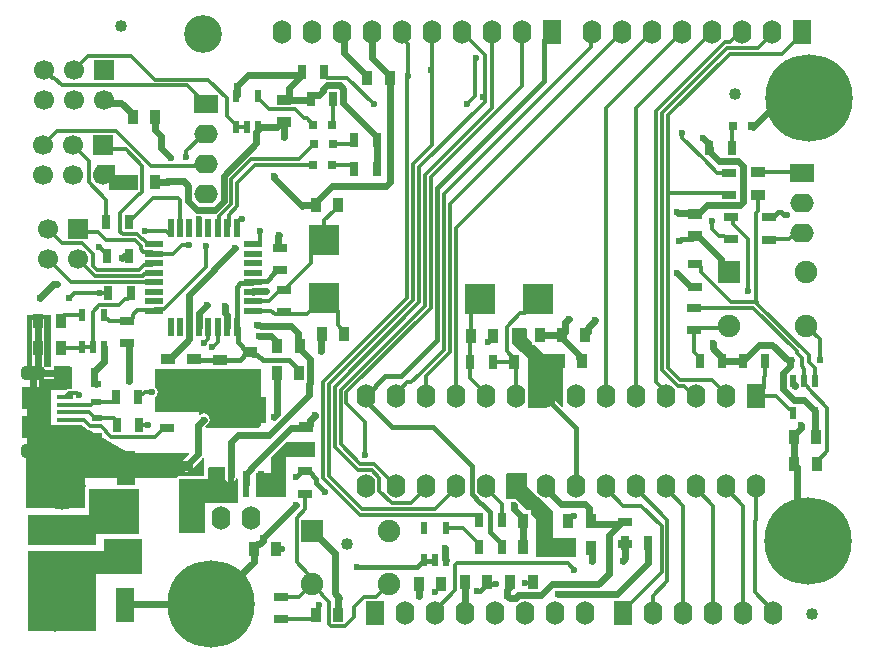
<source format=gtl>
G04*
G04 #@! TF.GenerationSoftware,Altium Limited,Altium Designer,20.2.4 (192)*
G04*
G04 Layer_Physical_Order=1*
G04 Layer_Color=255*
%FSLAX44Y44*%
%MOMM*%
G71*
G04*
G04 #@! TF.SameCoordinates,CA4B6327-8C8C-4F40-9CFE-90DE2028BA09*
G04*
G04*
G04 #@! TF.FilePolarity,Positive*
G04*
G01*
G75*
%ADD13C,0.3000*%
%ADD15R,3.5000X2.2000*%
%ADD16R,0.6000X2.2000*%
%ADD17R,2.6000X2.5000*%
%ADD18R,2.5000X2.6000*%
%ADD19R,1.6000X3.0000*%
%ADD20R,0.5500X1.0000*%
%ADD21R,2.7000X2.0000*%
%ADD22R,0.8000X0.8000*%
%ADD23R,1.9000X1.9000*%
%ADD24R,1.4000X1.6000*%
%ADD25R,1.3500X0.4000*%
%ADD26R,0.5500X1.5000*%
%ADD27R,1.5000X0.5500*%
%ADD28R,0.5842X0.5588*%
%ADD29R,0.7000X1.3000*%
%ADD30R,1.3000X0.7000*%
%ADD31R,0.9000X0.6000*%
%ADD32R,0.9000X1.3000*%
%ADD33R,1.3000X0.9000*%
%ADD61C,1.9000*%
%ADD62R,1.9000X1.9000*%
%ADD67C,1.0160*%
%ADD68C,0.4000*%
%ADD69C,0.6000*%
%ADD70C,3.2000*%
%ADD71C,4.0000*%
%ADD72O,1.6000X2.0000*%
%ADD73R,1.6000X2.0000*%
%ADD74O,2.0000X1.6000*%
%ADD75R,2.0000X1.6000*%
%ADD76C,7.4000*%
%ADD77C,1.7000*%
%ADD78R,1.7000X1.7000*%
G04:AMPARAMS|DCode=79|XSize=2mm|YSize=1.2mm|CornerRadius=0.36mm|HoleSize=0mm|Usage=FLASHONLY|Rotation=0.000|XOffset=0mm|YOffset=0mm|HoleType=Round|Shape=RoundedRectangle|*
%AMROUNDEDRECTD79*
21,1,2.0000,0.4800,0,0,0.0*
21,1,1.2800,1.2000,0,0,0.0*
1,1,0.7200,0.6400,-0.2400*
1,1,0.7200,-0.6400,-0.2400*
1,1,0.7200,-0.6400,0.2400*
1,1,0.7200,0.6400,0.2400*
%
%ADD79ROUNDEDRECTD79*%
%ADD80C,0.6000*%
G36*
X78000Y389000D02*
X97293D01*
Y376306D01*
X97237Y376250D01*
X73250D01*
Y382250D01*
Y383000D01*
X63000D01*
Y397750D01*
X78000D01*
Y389000D01*
D02*
G37*
G36*
X23602Y227750D02*
X23984Y227368D01*
X23458Y226098D01*
X18073D01*
Y242124D01*
X18098Y242250D01*
Y265500D01*
X17710Y267451D01*
X16605Y269105D01*
X16043Y269480D01*
X16429Y270750D01*
X23602D01*
Y227750D01*
D02*
G37*
G36*
X9957Y269480D02*
X9395Y269105D01*
X8290Y267451D01*
X7902Y265500D01*
Y242351D01*
X7877Y242225D01*
Y225964D01*
X6599Y225710D01*
X4945Y224605D01*
X4587Y224069D01*
X3320Y224458D01*
X3602Y270750D01*
X9571D01*
X9957Y269480D01*
D02*
G37*
G36*
X41602Y208069D02*
X38800D01*
X37434Y207797D01*
X36277Y207023D01*
X36003Y206750D01*
X23602D01*
Y177000D01*
X49002Y177000D01*
X53578Y174426D01*
X54027Y173977D01*
X55185Y173203D01*
X56061Y173029D01*
X90002Y153934D01*
X140566Y153934D01*
X141052Y152761D01*
X134895Y146605D01*
X133790Y144951D01*
X133402Y143000D01*
X133790Y141049D01*
X134895Y139395D01*
X136549Y138290D01*
X138500Y137902D01*
X140451Y138290D01*
X142105Y139395D01*
X151605Y148895D01*
X152332Y149984D01*
X153602Y149598D01*
X153602Y134039D01*
X132000D01*
X131220Y133884D01*
X130558Y133442D01*
X130116Y132780D01*
X130110Y132750D01*
X52602D01*
Y107750D01*
X51602Y106750D01*
X3503D01*
X2607Y107651D01*
X3151Y196794D01*
X4424Y197176D01*
X4945Y196395D01*
X6599Y195290D01*
X8550Y194902D01*
X10501Y195290D01*
X12155Y196395D01*
X13260Y198049D01*
X13648Y200000D01*
Y215902D01*
X30183D01*
X31099Y215290D01*
X33050Y214902D01*
X35001Y215290D01*
X36655Y216395D01*
X37760Y218049D01*
X38148Y220000D01*
X37760Y221951D01*
X36655Y223605D01*
X35655Y224605D01*
X34345Y225480D01*
X34730Y226750D01*
X41602D01*
Y208069D01*
D02*
G37*
G36*
X426500Y258602D02*
X426500Y252000D01*
X430990Y247510D01*
Y244992D01*
X433508D01*
X441000Y237500D01*
X457500Y237500D01*
Y219000D01*
Y192767D01*
X456230Y192318D01*
X446928Y201619D01*
Y201930D01*
X446618Y203491D01*
X445734Y204814D01*
X444411Y205698D01*
X442850Y206008D01*
X441289Y205698D01*
X439966Y204814D01*
X439082Y203491D01*
X438772Y201930D01*
Y199930D01*
X438772Y199930D01*
X439082Y198369D01*
X439966Y197046D01*
X443839Y193173D01*
X443353Y192000D01*
X427750Y192000D01*
X427750Y234000D01*
X422704Y238839D01*
Y239386D01*
X422133D01*
X414192Y247000D01*
X414192Y259500D01*
X425602Y259500D01*
X426500Y258602D01*
D02*
G37*
G36*
X202000Y177000D02*
X200000Y175000D01*
X154869D01*
X154383Y176173D01*
X156605Y178395D01*
X157710Y180049D01*
X158098Y182000D01*
X157710Y183951D01*
X156605Y185605D01*
X154951Y186710D01*
X153000Y187098D01*
X151049Y186710D01*
X150270Y186189D01*
X149000Y186868D01*
Y188000D01*
X112000D01*
X112000Y200975D01*
X112628Y201395D01*
X113734Y203049D01*
X114122Y205000D01*
X113734Y206951D01*
X112628Y208605D01*
X112000Y209025D01*
X112000Y225000D01*
X202000Y225000D01*
Y177000D01*
D02*
G37*
G36*
X247000Y150000D02*
X223000D01*
Y116000D01*
X197246D01*
X197000Y116593D01*
Y137000D01*
X210000D01*
Y150412D01*
X222589Y163000D01*
X247000D01*
Y150000D01*
D02*
G37*
G36*
X98000Y85000D02*
X62000D01*
Y76000D01*
X4000Y76000D01*
Y101000D01*
X56000Y101000D01*
X56000Y123000D01*
X98000D01*
Y85000D01*
D02*
G37*
G36*
X170902Y134000D02*
X171290Y132049D01*
X172395Y130395D01*
X174049Y129290D01*
X176000Y128902D01*
X177951Y129290D01*
X179605Y130395D01*
X180710Y132049D01*
X180730Y132150D01*
X182000Y132025D01*
X182000Y112000D01*
X181000Y111000D01*
X154000D01*
Y86000D01*
X132000D01*
Y132000D01*
X157000D01*
X157000Y141102D01*
X157898Y142000D01*
X170902Y142000D01*
Y134000D01*
D02*
G37*
G36*
X427000Y124750D02*
X435404Y117007D01*
X435718Y116598D01*
X436497Y116000D01*
X449250Y104250D01*
X448881Y81500D01*
X468250D01*
Y65500D01*
X434500D01*
X434500Y97750D01*
X430000Y102250D01*
Y105000D01*
X427250D01*
X417250Y115000D01*
X409250Y115000D01*
X409016Y135327D01*
X410273Y136500D01*
X427000D01*
X427000Y124750D01*
D02*
G37*
G36*
X101000Y51000D02*
X62000Y51000D01*
X62000Y4000D01*
X61586Y3000D01*
X4000D01*
Y71000D01*
X69000D01*
Y81000D01*
X101000D01*
X101000Y51000D01*
D02*
G37*
%LPC*%
G36*
X25038Y30394D02*
X23087Y30005D01*
X21433Y28900D01*
X20328Y27246D01*
X19940Y25296D01*
Y22287D01*
X20328Y20337D01*
X21433Y18683D01*
X23087Y17578D01*
X25038Y17190D01*
X26988Y17578D01*
X28642Y18683D01*
X29747Y20337D01*
X30136Y22287D01*
Y25296D01*
X29747Y27246D01*
X28642Y28900D01*
X26988Y30005D01*
X25038Y30394D01*
D02*
G37*
%LPD*%
D13*
X181500Y382160D02*
X196676Y397336D01*
X174250Y355302D02*
X181500Y362552D01*
X672000Y144000D02*
Y146000D01*
X681228Y155228D01*
X540766Y52800D02*
Y91600D01*
X508254Y20288D02*
X540766Y52800D01*
X519050Y123730D02*
Y125730D01*
X199250Y454000D02*
Y456250D01*
Y454000D02*
X208750Y444500D01*
X519050Y123730D02*
X545766Y97014D01*
X230632Y444500D02*
X237998Y437134D01*
X208750Y444500D02*
X230632D01*
X632015Y506159D02*
Y506159D01*
X181500Y362552D02*
Y382160D01*
X632015Y506159D02*
X633984Y508129D01*
X622388Y496532D02*
X632015Y506159D01*
X235907Y397336D02*
X236321Y397750D01*
X422402Y464257D02*
Y509778D01*
X335456Y281100D02*
Y395441D01*
X481039Y509487D02*
X481584Y510032D01*
X356456Y372706D02*
X481039Y497289D01*
X416204Y230886D02*
X417450Y229640D01*
Y201930D02*
Y229640D01*
X609854Y18288D02*
Y109126D01*
X330456Y283171D02*
Y398274D01*
X297285Y144230D02*
X315784Y125730D01*
X595250Y123730D02*
Y125730D01*
X345944Y477516D02*
X346202Y477259D01*
X70500Y171300D02*
Y172450D01*
X595250Y123730D02*
X609854Y109126D01*
X70500Y171300D02*
X74550Y167250D01*
X340456Y389382D02*
X397002Y445928D01*
X489458Y492506D02*
X506984Y510032D01*
X328886Y213440D02*
X336042Y220596D01*
X244802Y13106D02*
X247802Y16106D01*
X336042Y220596D02*
X356456Y241010D01*
X341250Y201930D02*
Y218733D01*
X361456Y238939D01*
X218948Y13106D02*
X244802D01*
X262000Y397750D02*
X278500D01*
X280500Y394250D02*
Y395750D01*
X278500Y397750D02*
X280500Y395750D01*
X382778Y455656D02*
Y487426D01*
X622500Y391250D02*
X658500D01*
X659250Y390500D01*
X371602Y509778D02*
X391160Y490220D01*
X110500Y274750D02*
X111000Y274250D01*
X96848Y274750D02*
X110500D01*
X335456Y395441D02*
X391160Y451145D01*
X650750Y191250D02*
X652000Y190000D01*
X73214Y265786D02*
X90884D01*
X652000Y187750D02*
Y190000D01*
X648500Y191250D02*
X650750D01*
X49750Y243250D02*
X59250D01*
X72250Y266750D02*
X73214Y265786D01*
X570500Y259500D02*
X596250D01*
X59545Y312276D02*
Y322175D01*
X33250Y331500D02*
X50220D01*
X663250Y261500D02*
X674950Y249800D01*
X21250Y343500D02*
X33250Y331500D01*
X674950Y232250D02*
Y249800D01*
X50220Y331500D02*
X59545Y322175D01*
X568500Y257500D02*
X570500Y259500D01*
X55818Y382760D02*
X70510Y368068D01*
X42418Y414020D02*
X55818Y400620D01*
Y382760D02*
Y400620D01*
X70510Y348996D02*
Y368068D01*
X160132Y243167D02*
X160671D01*
X165000Y247496D01*
X642884Y491532D02*
X659384Y508032D01*
X181000Y344250D02*
Y349000D01*
X546354Y439420D02*
X598466Y491532D01*
X180250Y429250D02*
X189750D01*
X340456Y278527D02*
Y389382D01*
X213154Y270916D02*
X216154D01*
X195000Y274250D02*
X209820D01*
X213154Y270916D01*
X628500Y219140D02*
Y231500D01*
X216154Y289916D02*
X219154D01*
X320802Y504601D02*
X325882Y499521D01*
X257372Y471504D02*
X274565D01*
X254770Y333988D02*
X255270D01*
X243770Y314532D02*
Y322988D01*
X254770Y333988D01*
X330456Y398274D02*
X346202Y414020D01*
X681228Y155228D02*
Y191822D01*
X620750Y282702D02*
Y356910D01*
X622500Y358660D02*
Y372250D01*
X583750Y343252D02*
Y349750D01*
X620750Y282702D02*
X621952Y281500D01*
X583750Y343252D02*
X589551Y337451D01*
X601442Y347257D02*
X606225Y342475D01*
X601442Y347257D02*
Y351500D01*
X599442Y353500D02*
X601442Y351500D01*
X596250Y259500D02*
X598250Y261500D01*
X386334Y97028D02*
Y98838D01*
X315507Y101032D02*
X315701Y100838D01*
X481039Y497289D02*
Y509487D01*
X274565Y471504D02*
X297017Y449052D01*
X655066Y238506D02*
Y240030D01*
X111000Y274250D02*
X112250Y275500D01*
X361456Y238939D02*
Y364504D01*
X665533Y231002D02*
Y236634D01*
X655066Y238506D02*
X659384Y234188D01*
X112250Y275500D02*
X119450D01*
X665533Y231002D02*
X671000Y225535D01*
X156379Y250332D02*
Y259629D01*
X153189Y247142D02*
X156379Y250332D01*
X320802Y504601D02*
Y509778D01*
X254000Y213786D02*
X325456Y285242D01*
X97892Y200914D02*
X100940Y203962D01*
X61000Y183000D02*
X62500D01*
X35300Y188000D02*
X56000D01*
X61000Y183000D01*
X76750D02*
X79500Y180250D01*
Y177250D02*
Y180250D01*
X62500Y183000D02*
X76750D01*
X68750Y268000D02*
X70000Y266750D01*
X536354Y443562D02*
X594324Y501532D01*
X92884Y270786D02*
X96848Y274750D01*
X68750Y268000D02*
Y270250D01*
X559832Y210430D02*
X563845Y206417D01*
X70000Y266750D02*
X72250D01*
X92884Y267786D02*
Y270786D01*
X566843Y206417D02*
X567103Y206677D01*
X90884Y265786D02*
X92884Y267786D01*
X541354Y441491D02*
X596395Y496532D01*
X269000Y207071D02*
X340456Y278527D01*
X26670Y471424D02*
X33274Y464820D01*
X139080D02*
X155000Y448900D01*
X519050Y445898D02*
X583184Y510032D01*
X493650Y201930D02*
Y445898D01*
X557784Y510032D01*
X519050Y201930D02*
Y445898D01*
X583184Y510032D02*
Y510032D01*
X247802Y16106D02*
Y16764D01*
X620650Y201930D02*
X637820D01*
X648500Y191250D01*
X378654Y251756D02*
X379374Y252476D01*
X416064Y230746D02*
X416204Y230886D01*
X397654Y230746D02*
X416064D01*
X378654D02*
Y251756D01*
X416204Y230886D02*
Y232886D01*
X361456Y364504D02*
X489458Y492506D01*
X102050Y324000D02*
X103243D01*
X103743Y323500D02*
X109750D01*
X583750Y215430D02*
X595250Y203930D01*
X659384Y508032D02*
Y510032D01*
X556730Y215430D02*
X583750D01*
X595250Y201930D02*
Y203930D01*
X546354Y225806D02*
Y373380D01*
X536354Y213512D02*
Y443562D01*
X598466Y491532D02*
X642884D01*
X598566Y501532D02*
X607066Y510032D01*
X71187Y410651D02*
X87230D01*
X594324Y501532D02*
X598566D01*
X544450Y201930D02*
Y205416D01*
X98812Y372778D02*
X100862Y374828D01*
X346202Y414020D02*
Y477259D01*
Y477516D02*
Y509778D01*
X659384Y227277D02*
Y234188D01*
Y227277D02*
X661500Y225161D01*
X569850Y123730D02*
X584454Y109126D01*
X569850Y123730D02*
Y125730D01*
X59250Y243250D02*
Y273450D01*
X584454Y18288D02*
Y109126D01*
X544450Y123730D02*
X559054Y109126D01*
X620650Y97184D02*
Y125730D01*
X619900Y35642D02*
X635254Y20288D01*
X619900Y96434D02*
X620650Y97184D01*
X559054Y18288D02*
Y109126D01*
X544450Y123730D02*
Y125730D01*
X619900Y35642D02*
Y96434D01*
X635254Y18288D02*
Y20288D01*
X255270Y284988D02*
X255770D01*
X599300Y281500D02*
X620667D01*
X271882Y254508D02*
Y256508D01*
X493650Y123730D02*
X508465Y108915D01*
X573750Y307050D02*
X599300Y281500D01*
X493650Y123730D02*
Y125730D01*
X266770Y261620D02*
X271882Y256508D01*
X671000Y214750D02*
Y225535D01*
X240698Y270916D02*
X254770Y284988D01*
X255770D02*
X266770Y273988D01*
X573750Y307050D02*
Y311500D01*
X216154Y270916D02*
X240698D01*
X397002Y445928D02*
Y509778D01*
X254770Y284988D02*
X255270D01*
X266770Y261620D02*
Y273988D01*
X421266Y272218D02*
X425234D01*
X409500Y239590D02*
X416204Y232886D01*
X489458Y492506D02*
X489458D01*
X336042Y220596D02*
Y220596D01*
X409500Y239590D02*
Y260452D01*
X421266Y272218D01*
X436234Y283218D02*
Y283718D01*
X425234Y272218D02*
X436234Y283218D01*
X59250Y273450D02*
X64550Y278750D01*
X89390Y283798D02*
X91390Y285798D01*
X64550Y278750D02*
X81342D01*
X86390Y283798D02*
X89390D01*
X91390Y285798D02*
Y288798D01*
X81342Y278750D02*
X86390Y283798D01*
X315701Y100838D02*
X384334D01*
X508465Y108915D02*
X523451D01*
X348952Y106032D02*
X366650Y123730D01*
X384334Y100838D02*
X386334Y98838D01*
X523451Y108915D02*
X540766Y91600D01*
X328552Y111032D02*
X341250Y123730D01*
Y125730D01*
X366650Y123730D02*
Y125730D01*
X533654Y18288D02*
Y32788D01*
X508254Y18288D02*
Y20288D01*
X274000Y205000D02*
X345456Y276456D01*
X596620Y373380D02*
X598250Y371750D01*
X546354Y373380D02*
Y439420D01*
X67818Y414020D02*
X71187Y410651D01*
X620650Y201930D02*
X627150Y208430D01*
X259000Y211715D02*
X330456Y283171D01*
X627150Y208430D02*
Y217790D01*
X628500Y219140D01*
X596250Y334500D02*
X599250D01*
X568500Y276500D02*
X618596D01*
X568750Y313500D02*
X571750D01*
X573750Y311500D01*
X618596Y276500D02*
X655066Y240030D01*
X315784Y125730D02*
X315850D01*
X607066Y510032D02*
X608584D01*
X157030Y469820D02*
X172725Y454125D01*
X536354Y213512D02*
X544450Y205416D01*
X109830Y369316D02*
X131243D01*
X111000Y322250D02*
X111165Y322415D01*
X89510Y348996D02*
X109830Y369316D01*
X133000Y344250D02*
Y367559D01*
X546354Y225806D02*
X556730Y215430D01*
X156379Y259629D02*
X157000Y260250D01*
X366650Y344298D02*
X532384Y510032D01*
X266802Y361728D02*
Y363728D01*
X263802Y358728D02*
X266802Y361728D01*
X366650Y201930D02*
Y344298D01*
X263010Y358728D02*
X263802D01*
X648532Y334500D02*
X653732Y339700D01*
X596395Y496532D02*
X622388D01*
X653732Y339700D02*
X659250D01*
X255270Y333988D02*
Y350988D01*
X263010Y358728D01*
X218948Y32106D02*
X234196D01*
X101448Y203454D02*
X102994Y205000D01*
X195000Y330250D02*
X199750D01*
X102994Y205000D02*
X109024D01*
X461250Y60750D02*
X467000Y55000D01*
X621952Y280215D02*
Y281500D01*
Y280215D02*
X665533Y236634D01*
X631952Y334162D02*
X632290Y334500D01*
X620667Y281500D02*
X621952Y280215D01*
X153000Y423500D02*
X155000D01*
X137922Y403860D02*
X138496Y404434D01*
X606225Y342475D02*
X606225D01*
X632290Y334500D02*
X648532D01*
X91632Y489774D02*
X111586Y469820D01*
X138496Y408996D02*
X153000Y423500D01*
X138496Y404434D02*
Y408996D01*
X325456Y472626D02*
X325882Y473052D01*
X166250Y354373D02*
X176500Y364623D01*
X106214Y177250D02*
X106426Y177038D01*
X181000Y349000D02*
X184811Y352811D01*
X185623Y351998D01*
X98500Y177250D02*
X106214D01*
X201168Y331668D02*
Y341884D01*
X176500Y364623D02*
Y385796D01*
X199750Y330250D02*
X201168Y331668D01*
X546354Y373380D02*
X596620D01*
X17018Y414020D02*
X29018Y426020D01*
X108458Y396494D02*
X153394D01*
X155000Y398100D01*
X165000Y247496D02*
Y260250D01*
X29018Y426020D02*
X78932D01*
X391160Y455422D02*
Y490220D01*
X325456Y285242D02*
Y472626D01*
X391160Y451145D02*
Y455422D01*
X149125Y351575D02*
X149250Y351700D01*
X325882Y473052D02*
Y499521D01*
X325360Y213440D02*
X328886D01*
X315850Y203930D02*
X325360Y213440D01*
X315850Y201930D02*
Y203930D01*
X100000Y326050D02*
X102050Y324000D01*
X262375Y453125D02*
X262750Y453500D01*
X278750Y415000D02*
X280750Y417000D01*
X262375Y431875D02*
Y453125D01*
X109750Y323500D02*
X111000Y322250D01*
X21250Y318100D02*
X40552Y298798D01*
X110452D01*
X102550Y305000D02*
X109750D01*
X101348Y303798D02*
X102550Y305000D01*
X109750D02*
X111000Y306250D01*
X46650Y318100D02*
X60952Y303798D01*
X59545Y312276D02*
X63023Y308798D01*
X280750Y417000D02*
Y418250D01*
X262000Y431500D02*
X262375Y431875D01*
X46650Y318100D02*
Y318100D01*
X237998Y437134D02*
X240366D01*
X110452Y298798D02*
X111000Y298250D01*
X262500Y415000D02*
X278750D01*
X240366Y437134D02*
X246000Y431500D01*
X236321Y397750D02*
X246000D01*
X97978Y308798D02*
X102180Y313000D01*
X109750D01*
X87230Y410651D02*
X100862Y397019D01*
X173000Y344250D02*
X174250Y345500D01*
Y355302D01*
X392050Y123730D02*
Y125730D01*
X112028Y167250D02*
X119428Y174650D01*
X166250Y345500D02*
Y354373D01*
X392050Y123730D02*
X405334Y110446D01*
X74550Y167250D02*
X112028D01*
X119428Y174650D02*
X122428D01*
X193040Y402336D02*
X233836D01*
X405334Y97028D02*
Y110446D01*
X176500Y385796D02*
X193040Y402336D01*
X165000Y344250D02*
X166250Y345500D01*
X196676Y397336D02*
X235907D01*
X60952Y303798D02*
X101348D01*
X264000Y158929D02*
X283699Y139230D01*
X55180Y489774D02*
X91632D01*
X180250Y429250D02*
Y431500D01*
X111586Y469820D02*
X157030D01*
X172725Y439025D02*
X180250Y431500D01*
X172725Y439025D02*
Y454125D01*
X43180Y477774D02*
X55180Y489774D01*
X149125Y344375D02*
Y351575D01*
X149000Y344250D02*
X149125Y344375D01*
X109750Y313000D02*
X111000Y314250D01*
X78232Y203200D02*
Y203454D01*
X61750Y197250D02*
X77237D01*
X78232Y203200D02*
X78994Y202438D01*
X77237Y197250D02*
X78994Y199007D01*
Y202438D01*
X46198Y204500D02*
X47752Y202946D01*
X35300Y201000D02*
X38800Y204500D01*
X56550Y176500D02*
X66450D01*
X35300Y181500D02*
X51550D01*
X382778Y487426D02*
X383286Y487934D01*
X51550Y181500D02*
X56550Y176500D01*
X66450D02*
X70500Y172450D01*
X376174Y449052D02*
X382778Y455656D01*
X57500Y194500D02*
X60250Y197250D01*
X61750D01*
X35300Y194500D02*
X57500D01*
X131243Y369316D02*
X133000Y367559D01*
X96936Y338996D02*
X100870Y335062D01*
X82510Y341046D02*
X84560Y338996D01*
X98342Y372778D02*
X98812D01*
X233836Y402336D02*
X246500Y415000D01*
X100862Y374828D02*
Y397019D01*
X84560Y338996D02*
X89207D01*
X96936D01*
X111165Y322415D02*
X127343D01*
X103243Y324000D02*
X103743Y323500D01*
X100000Y326050D02*
Y328861D01*
X46650Y343500D02*
X49282Y340868D01*
X255372Y473504D02*
X257372Y471504D01*
X255372Y473504D02*
Y476504D01*
X573250Y231500D02*
Y234500D01*
X568500Y239250D02*
Y257500D01*
X593299Y337451D02*
X596250Y334500D01*
X568500Y239250D02*
X573250Y234500D01*
X589551Y337451D02*
X593299D01*
X70560Y333996D02*
X94865D01*
X63688Y340868D02*
X70560Y333996D01*
X541354Y223735D02*
Y441491D01*
X554659Y210430D02*
X559832D01*
X70866Y319836D02*
X71907Y318795D01*
X600000Y412500D02*
X600250Y412250D01*
X70866Y319836D02*
Y322072D01*
X587800Y390750D02*
X598250D01*
X600000Y412500D02*
Y432250D01*
X599750Y432500D02*
X600000Y432250D01*
X664750Y208300D02*
X681228Y191822D01*
X661500Y212500D02*
Y225161D01*
X64516Y328422D02*
Y328422D01*
X78932Y426020D02*
X108458Y396494D01*
X94865Y333996D02*
X100000Y328861D01*
X576300Y402250D02*
X587800Y390750D01*
X576300Y402250D02*
X576300D01*
X312285Y111032D02*
X328552D01*
X301950Y121367D02*
X312285Y111032D01*
X264000Y209644D02*
X335456Y281100D01*
X301950Y121367D02*
Y132493D01*
X264000Y158929D02*
Y209644D01*
X557784Y420766D02*
X576300Y402250D01*
X557784Y420766D02*
Y424434D01*
X563845Y206417D02*
X566843D01*
X541354Y223735D02*
X554659Y210430D01*
X620750Y356910D02*
X622500Y358660D01*
X345456Y276456D02*
Y387311D01*
X366112Y58993D02*
X367869Y60750D01*
X49282Y340868D02*
X63688D01*
X64516Y328422D02*
X70866Y322072D01*
X82510Y341046D02*
Y345693D01*
Y356946D01*
X348742Y18034D02*
Y20034D01*
X100940Y203962D02*
X101448Y203454D01*
X274000Y196000D02*
Y205000D01*
X661500Y212500D02*
X664750Y209250D01*
Y208300D02*
Y209250D01*
X358496Y90462D02*
X372938D01*
X367869Y60750D02*
X461250D01*
X386486Y73914D02*
Y76914D01*
X372938Y90462D02*
X386486Y76914D01*
X348742Y20034D02*
X366112Y37404D01*
X242904Y40814D02*
X246707D01*
X253465Y33047D02*
X258802Y27710D01*
X298624Y31534D02*
X310122Y43032D01*
X253465Y33047D02*
Y34057D01*
X246707Y40814D02*
X253465Y34057D01*
X234196Y32106D02*
X242904Y40814D01*
X280622Y14634D02*
Y23664D01*
X288492Y31534D02*
X298624D01*
X260852Y6764D02*
X272752D01*
X208488Y282250D02*
X216154Y289916D01*
X272752Y6764D02*
X280622Y14634D01*
X258802Y8814D02*
X260852Y6764D01*
X280622Y23664D02*
X288492Y31534D01*
X195000Y282250D02*
X208488D01*
X219154Y289916D02*
X243770Y314532D01*
X258802Y8814D02*
Y27710D01*
X127343Y322415D02*
X134874Y329946D01*
X38800Y204500D02*
X46198D01*
X65000Y289000D02*
X72188D01*
X72390Y288798D01*
X295213Y139230D02*
X301950Y132493D01*
X283699Y139230D02*
X295213D01*
X259000Y134263D02*
Y211715D01*
X285160Y101032D02*
X315507D01*
X254000Y132192D02*
X285160Y101032D01*
X287231Y106032D02*
X348952D01*
X259000Y134263D02*
X287231Y106032D01*
X269000Y161000D02*
Y207071D01*
X274000Y196000D02*
X290000Y180000D01*
Y152000D02*
Y180000D01*
X285770Y144230D02*
X297285D01*
X269000Y161000D02*
X285770Y144230D01*
X606225Y342475D02*
X613750Y334950D01*
Y290500D02*
Y334950D01*
X345456Y387311D02*
X422402Y464257D01*
X366112Y37404D02*
Y58993D01*
X155000Y311050D02*
Y329000D01*
X119450Y275500D02*
X155000Y311050D01*
X104000Y342000D02*
X121094D01*
X123750Y339344D01*
X134874Y329946D02*
X140462D01*
X101438Y335062D02*
X106250Y330250D01*
X103562Y341562D02*
X104000Y342000D01*
X254000Y132192D02*
Y213786D01*
X100870Y335062D02*
X101438D01*
X63023Y308798D02*
X97978D01*
X123750Y339344D02*
X125000Y340594D01*
X106250Y330250D02*
X111000D01*
X82510Y356946D02*
X98342Y372778D01*
X125000Y340594D02*
Y344250D01*
X24384Y471678D02*
X24638Y471424D01*
X33274Y464820D02*
X139080D01*
X599250Y353500D02*
X599442D01*
X24638Y471424D02*
X26670D01*
X48750Y242250D02*
X49750Y243250D01*
X32000Y267250D02*
X35000Y270250D01*
X32000Y265500D02*
Y267250D01*
X39497Y285242D02*
X43053Y288798D01*
X72390D01*
X39370Y285242D02*
X39497D01*
X35000Y270250D02*
X49750D01*
X32000Y242250D02*
X48750D01*
X633984Y508129D02*
Y510032D01*
X232122Y60994D02*
X240792Y52324D01*
X232122Y60994D02*
Y98982D01*
X239000Y105860D01*
X533654Y32788D02*
X545766Y44900D01*
Y97014D01*
X239000Y105860D02*
Y119250D01*
X378654Y217326D02*
Y230746D01*
X379374Y252476D02*
Y275858D01*
X378654Y217326D02*
X392050Y203930D01*
Y201930D02*
Y203930D01*
X379374Y275858D02*
X387234Y283718D01*
X356456Y241010D02*
Y372706D01*
D15*
X188500Y189750D02*
D03*
D16*
X163100Y127750D02*
D03*
X175800D02*
D03*
X188500D02*
D03*
X201200D02*
D03*
X213900D02*
D03*
D17*
X255270Y333988D02*
D03*
Y284988D02*
D03*
D18*
X436234Y283718D02*
D03*
X387234D02*
D03*
D19*
X87250Y99750D02*
D03*
Y140750D02*
D03*
X86750Y66000D02*
D03*
Y25000D02*
D03*
D20*
X180250Y429250D02*
D03*
X189750D02*
D03*
X199250D02*
D03*
X180250Y456250D02*
D03*
X199250D02*
D03*
X339496Y63462D02*
D03*
X348996D02*
D03*
X358496D02*
D03*
X339496Y90462D02*
D03*
X358496D02*
D03*
X49750Y243250D02*
D03*
X59250D02*
D03*
X68750D02*
D03*
X49750Y270250D02*
D03*
X68750D02*
D03*
X671000Y214750D02*
D03*
X661500D02*
D03*
X652000D02*
D03*
X671000Y187750D02*
D03*
X652000D02*
D03*
D21*
X41148Y57406D02*
D03*
Y89406D02*
D03*
D22*
X246000Y431500D02*
D03*
X262000D02*
D03*
X246500Y415000D02*
D03*
X262500D02*
D03*
X246000Y397750D02*
D03*
X262000D02*
D03*
X617250Y430750D02*
D03*
X601250D02*
D03*
D23*
X8550Y176000D02*
D03*
Y200000D02*
D03*
D24*
X33050Y156000D02*
D03*
Y220000D02*
D03*
D25*
X35300Y175000D02*
D03*
Y181500D02*
D03*
Y188000D02*
D03*
Y194500D02*
D03*
Y201000D02*
D03*
D26*
X133000Y344250D02*
D03*
X149000Y260250D02*
D03*
X125000Y344250D02*
D03*
X149000D02*
D03*
X133000Y260250D02*
D03*
X141000Y344250D02*
D03*
X157000Y260250D02*
D03*
X141000D02*
D03*
X125000D02*
D03*
X173000Y344250D02*
D03*
X165000D02*
D03*
X157000D02*
D03*
X181000D02*
D03*
X165000Y260250D02*
D03*
X181000D02*
D03*
X173000D02*
D03*
D27*
X111000Y322250D02*
D03*
Y330250D02*
D03*
Y282250D02*
D03*
Y298250D02*
D03*
Y274250D02*
D03*
Y306250D02*
D03*
Y314250D02*
D03*
Y290250D02*
D03*
X195000Y322250D02*
D03*
Y306250D02*
D03*
Y330250D02*
D03*
Y290250D02*
D03*
Y298250D02*
D03*
Y282250D02*
D03*
Y314250D02*
D03*
Y274250D02*
D03*
D28*
X14478Y285242D02*
D03*
X39370D02*
D03*
X650058Y232250D02*
D03*
X674950D02*
D03*
D29*
X243750Y453500D02*
D03*
X262750D02*
D03*
X405486Y73914D02*
D03*
X386486D02*
D03*
X299750Y418250D02*
D03*
X280750D02*
D03*
X299500Y394250D02*
D03*
X280500D02*
D03*
X529000Y77250D02*
D03*
X510000D02*
D03*
X236372Y476504D02*
D03*
X255372D02*
D03*
X70510Y348996D02*
D03*
X89510D02*
D03*
X97892Y200914D02*
D03*
X78892D02*
D03*
X98500Y177250D02*
D03*
X79500D02*
D03*
X581250Y412250D02*
D03*
X600250D02*
D03*
X386334Y97028D02*
D03*
X405334D02*
D03*
X628500Y231500D02*
D03*
X609500D02*
D03*
X378654Y230746D02*
D03*
X397654D02*
D03*
X71250Y320500D02*
D03*
X90250D02*
D03*
X573250Y231500D02*
D03*
X592250D02*
D03*
X91390Y288798D02*
D03*
X72390D02*
D03*
D30*
X239000Y119250D02*
D03*
Y138250D02*
D03*
X218948Y13106D02*
D03*
Y32106D02*
D03*
X509577Y76260D02*
D03*
Y95260D02*
D03*
X217424Y308508D02*
D03*
Y327508D02*
D03*
X87884Y265786D02*
D03*
Y246786D02*
D03*
X122428Y193650D02*
D03*
Y174650D02*
D03*
X598250Y371750D02*
D03*
Y390750D02*
D03*
X221234Y272948D02*
D03*
Y291948D02*
D03*
X599250Y353500D02*
D03*
Y334500D02*
D03*
X631952Y334162D02*
D03*
Y353162D02*
D03*
X568750Y313500D02*
D03*
Y294500D02*
D03*
X568500Y276500D02*
D03*
Y257500D02*
D03*
D31*
X62500Y168000D02*
D03*
Y183000D02*
D03*
X61750Y212250D02*
D03*
Y197250D02*
D03*
D32*
X214732Y72136D02*
D03*
X195732D02*
D03*
X247802Y16764D02*
D03*
X266802D02*
D03*
X234290Y244094D02*
D03*
X215290D02*
D03*
X92862Y382778D02*
D03*
X111862D02*
D03*
X271882Y254508D02*
D03*
X252882D02*
D03*
X266802Y363728D02*
D03*
X247802D02*
D03*
X92862Y438404D02*
D03*
X111862D02*
D03*
X291744Y470916D02*
D03*
X310744D02*
D03*
X437490Y253492D02*
D03*
X418490D02*
D03*
X473558Y231394D02*
D03*
X454558D02*
D03*
X412862Y44654D02*
D03*
X431862D02*
D03*
X335178Y42672D02*
D03*
X354178D02*
D03*
X374112Y44654D02*
D03*
X393112D02*
D03*
X442750Y74000D02*
D03*
X423750D02*
D03*
X442500Y96500D02*
D03*
X423500D02*
D03*
X480924Y96477D02*
D03*
X461924D02*
D03*
X379374Y252476D02*
D03*
X398374D02*
D03*
X416204Y230886D02*
D03*
X435204D02*
D03*
X32000Y265500D02*
D03*
X13000D02*
D03*
X671750Y167250D02*
D03*
X652750D02*
D03*
X32000Y242250D02*
D03*
X13000D02*
D03*
X672000Y144000D02*
D03*
X653000D02*
D03*
X233782Y221742D02*
D03*
X214782D02*
D03*
X456844Y253238D02*
D03*
X475844D02*
D03*
X462250Y73000D02*
D03*
X481250D02*
D03*
D33*
X221250Y452500D02*
D03*
Y433500D02*
D03*
X239500Y157000D02*
D03*
Y176000D02*
D03*
X138500Y124000D02*
D03*
Y143000D02*
D03*
X192000Y239328D02*
D03*
Y220327D02*
D03*
X166630Y232470D02*
D03*
Y213470D02*
D03*
X144492Y232892D02*
D03*
Y213892D02*
D03*
X122492Y233142D02*
D03*
Y214142D02*
D03*
X622500Y372250D02*
D03*
Y391250D02*
D03*
X569250Y356000D02*
D03*
Y337000D02*
D03*
D61*
X310122Y88032D02*
D03*
Y43032D02*
D03*
X245122D02*
D03*
X663250Y306500D02*
D03*
Y261500D02*
D03*
X598250D02*
D03*
D62*
X245122Y88032D02*
D03*
X598250Y306500D02*
D03*
D67*
X83250Y515000D02*
D03*
X602742Y457708D02*
D03*
X274750Y76250D02*
D03*
X668500Y17000D02*
D03*
D68*
X339496Y61212D02*
Y63462D01*
X338746Y60462D02*
X339496Y61212D01*
X336958Y60462D02*
X338746D01*
X333996Y57500D02*
X336958Y60462D01*
X283306Y57500D02*
X333996D01*
X644250Y355000D02*
X646750D01*
X641633Y357617D02*
X644250Y355000D01*
X639407Y357617D02*
X641633D01*
X350956Y249157D02*
Y377956D01*
X441302Y468302D02*
Y503278D01*
X350956Y377956D02*
X441302Y468302D01*
X320239Y218440D02*
X350956Y249157D01*
X306960Y218440D02*
X320239D01*
X181000Y260250D02*
Y294250D01*
X184250Y297500D02*
X194250D01*
X181000Y294250D02*
X184250Y297500D01*
X194250D02*
X195750Y299000D01*
X203000D01*
X203500Y299500D01*
X212924Y306093D02*
Y307008D01*
X203500Y299500D02*
X206331D01*
X212924Y306093D01*
X393112Y42654D02*
Y44654D01*
X387341Y36883D02*
X393112Y42654D01*
X385133Y36883D02*
X387341D01*
X384750Y36500D02*
X385133Y36883D01*
X393112Y44654D02*
X395016Y42750D01*
X401000D01*
X566750Y334500D02*
X569250Y337000D01*
X557291Y334500D02*
X566750D01*
X556291Y333500D02*
X557291Y334500D01*
X555750Y333500D02*
X556291D01*
X631952Y353162D02*
X634952D01*
X639407Y357617D01*
X339496Y61938D02*
X346964D01*
X236000Y138250D02*
X239000D01*
X242000D02*
X248500Y131750D01*
Y128500D02*
X256000Y121000D01*
X248500Y128500D02*
Y131750D01*
X239000Y138250D02*
X242000D01*
X198527Y236828D02*
X203112Y232242D01*
X194500Y236828D02*
X198527D01*
X203112Y232242D02*
X225282D01*
X233782Y223742D01*
Y221742D02*
Y223742D01*
X166630Y232470D02*
X166910Y232750D01*
X183423D02*
X190000Y239328D01*
X166910Y232750D02*
X183423D01*
X166418Y232681D02*
X166630Y232470D01*
X192000Y239328D02*
X194500Y236828D01*
X468250Y125730D02*
Y174530D01*
X442850Y199930D02*
X468250Y174530D01*
X442850Y199930D02*
Y201930D01*
X231000Y132984D02*
Y133250D01*
X236000Y138250D01*
X290450Y197992D02*
X312420Y176022D01*
X346964D02*
X380050Y142936D01*
X312420Y176022D02*
X346964D01*
X387079Y111730D02*
X387126D01*
X395732Y86668D02*
Y103287D01*
X380050Y118759D02*
Y142936D01*
X388529Y110490D02*
X395732Y103287D01*
X388366Y110490D02*
X388529D01*
X387126Y111730D02*
X388366Y110490D01*
X380050Y118759D02*
X387079Y111730D01*
X395732Y86668D02*
X405486Y76914D01*
X290450Y197992D02*
Y201930D01*
X144703Y232681D02*
X166418D01*
X144492Y232892D02*
X144703Y232681D01*
X181750Y247577D02*
X190000Y239328D01*
X181750Y247577D02*
Y259500D01*
X181000Y260250D02*
X181750Y259500D01*
X405486Y73914D02*
Y76914D01*
X441302Y503278D02*
X447802Y509778D01*
X290450Y201930D02*
X306960Y218440D01*
X212924Y307008D02*
X214424Y308508D01*
X217424D01*
D69*
X266802Y30302D02*
X267750Y31250D01*
X264000Y35000D02*
X267750Y31250D01*
X264000Y35000D02*
Y69154D01*
X247000Y185187D02*
Y186000D01*
X243000Y181187D02*
X247000Y185187D01*
X243000Y177500D02*
Y181187D01*
X241500Y176000D02*
X243000Y177500D01*
X410000Y33000D02*
Y37639D01*
Y33000D02*
X412276Y30724D01*
X410000Y37639D02*
X411362Y39001D01*
X412276Y30724D02*
X417247D01*
X419557Y33034D01*
X438313D01*
X671000Y168000D02*
Y189500D01*
X661661Y198839D02*
X671000Y189500D01*
X644000Y221571D02*
X649931Y227502D01*
X644000Y207929D02*
Y221571D01*
X653750Y210721D02*
Y211250D01*
X652250Y212750D02*
X653750Y211250D01*
X644000Y207929D02*
X653090Y198839D01*
X649931Y227502D02*
Y232250D01*
X653090Y198839D02*
X661661D01*
X623237Y245500D02*
X634321D01*
X647571Y232250D02*
X650058D01*
X634321Y245500D02*
X647571Y232250D01*
X609368Y231632D02*
X623237Y245500D01*
X581750Y408232D02*
Y411750D01*
X569250Y356000D02*
X570750Y357500D01*
X589679Y363250D02*
X606821D01*
X581750Y408232D02*
X589232Y400750D01*
X605321D02*
X609750Y396321D01*
X580750Y415750D02*
X581250Y415250D01*
X606821Y363250D02*
X609750Y366179D01*
X581250Y412250D02*
Y415250D01*
X580232Y415750D02*
X580750D01*
X554844Y357156D02*
X568094D01*
X573154Y357500D02*
X579175Y363521D01*
X554000Y358000D02*
X554844Y357156D01*
X581250Y412250D02*
X581750Y411750D01*
X575969Y420013D02*
X580232Y415750D01*
X589408Y363521D02*
X589679Y363250D01*
X589232Y400750D02*
X605321D01*
X579175Y363521D02*
X589408D01*
X570750Y357500D02*
X573154D01*
X568094Y357156D02*
X569250Y356000D01*
X609750Y366179D02*
Y396321D01*
X299250Y418750D02*
Y421750D01*
Y418750D02*
X299750Y418250D01*
X271250Y449750D02*
Y462071D01*
Y449750D02*
X299250Y421750D01*
X254250Y462071D02*
X257179Y465000D01*
X243250Y451500D02*
Y456000D01*
X225750Y452500D02*
X242750D01*
X257179Y465000D02*
X268321D01*
X243250Y456000D02*
X244250Y457000D01*
X250735D01*
X254250Y460515D02*
Y462071D01*
X223250Y452500D02*
X225750D01*
X268321Y465000D02*
X271250Y462071D01*
X250735Y457000D02*
X254250Y460515D01*
X162385Y359700D02*
X170000Y367315D01*
X140000D02*
Y380025D01*
X136485Y383540D02*
X140000Y380025D01*
X197500Y425750D02*
X199000Y427250D01*
X147615Y359700D02*
X162385D01*
X123698Y383540D02*
X136485D01*
X170000Y367315D02*
Y388488D01*
X140000Y367315D02*
X147615Y359700D01*
X197500Y415988D02*
Y425750D01*
X170000Y388488D02*
X197500Y415988D01*
X195000Y290250D02*
X195250Y290500D01*
X205500D01*
X206000Y291000D01*
X170750Y272480D02*
X172750Y270480D01*
X172750Y260500D02*
X173000Y260250D01*
X172750Y260500D02*
Y266861D01*
X172750Y266861D02*
X172750Y266861D01*
X172750Y266861D02*
Y270480D01*
X233047Y243337D02*
Y255141D01*
Y243337D02*
X243282Y233102D01*
X170750Y272480D02*
Y278250D01*
X149250Y266861D02*
Y272500D01*
X149000Y260250D02*
X149250Y260500D01*
Y266861D01*
X149250Y266861D01*
Y272500D02*
X155500Y278750D01*
X476009Y110380D02*
X479554Y106835D01*
X452750Y34620D02*
X503079D01*
X479554Y97848D02*
X480924Y96477D01*
X482424Y93880D02*
X505577D01*
X442850Y123350D02*
X455820Y110380D01*
X480924Y95380D02*
X482424Y93880D01*
X479554Y97848D02*
Y106835D01*
X442850Y123350D02*
Y125730D01*
X487250Y42620D02*
X496000Y51370D01*
Y84303D02*
X505577Y93880D01*
X411362Y43154D02*
X412862Y44654D01*
X480924Y95380D02*
Y96477D01*
X447899Y42620D02*
X487250D01*
X455820Y110380D02*
X476009D01*
X411362Y39001D02*
Y43154D01*
X496000Y51370D02*
Y84303D01*
X438313Y33034D02*
X447899Y42620D01*
X503079Y34620D02*
X529000Y60541D01*
X554228Y306022D02*
X565750Y294500D01*
X374127Y18049D02*
Y45462D01*
Y18049D02*
X374142Y18034D01*
X198000Y262382D02*
X199931D01*
X201201Y261112D01*
X227076D01*
X618250Y430000D02*
X636878Y448628D01*
X245122Y88032D02*
X264000Y69154D01*
X266802Y16764D02*
Y30302D01*
X210275Y252500D02*
X213790Y248985D01*
Y245594D02*
Y248985D01*
Y245594D02*
X215290Y244094D01*
X199750Y252500D02*
X210275D01*
X227076Y261112D02*
X233047Y255141D01*
X212598Y386334D02*
X235966Y362966D01*
X212598Y386334D02*
Y388112D01*
X235966Y362966D02*
Y362966D01*
X261859Y379784D02*
X307229D01*
X310744Y383299D01*
Y470916D01*
X249302Y367228D02*
X249302D01*
X261859Y379784D01*
X247802Y365728D02*
X249302Y367228D01*
X247802Y363728D02*
Y365728D01*
X481250Y73000D02*
X481500Y72750D01*
Y62000D02*
Y72750D01*
X90250Y215000D02*
Y233750D01*
Y246152D02*
X90884Y246786D01*
X90250Y233750D02*
Y246152D01*
X242282Y202782D02*
Y212171D01*
X188500Y135750D02*
X193200Y140450D01*
X188500Y127750D02*
Y135750D01*
X212718Y184532D02*
X214782Y186596D01*
X226879Y174500D02*
X238000D01*
X182000Y169000D02*
X208500D01*
X193200Y140821D02*
X226879Y174500D01*
X193200Y140450D02*
Y140821D01*
X243282Y213171D02*
Y233102D01*
X208500Y169000D02*
X242282Y202782D01*
X238000Y174500D02*
X239500Y176000D01*
X214782Y186596D02*
Y221742D01*
X242282Y212171D02*
X243282Y213171D01*
X25038Y22287D02*
Y25296D01*
X176000Y134000D02*
Y163000D01*
X182000Y169000D01*
X125992Y235350D02*
X141000Y250358D01*
X140750Y266861D02*
X140750Y266861D01*
X140750Y287608D02*
X161500Y308358D01*
X216298Y328008D02*
X216798Y327508D01*
X124492Y233142D02*
X125992Y234642D01*
X140750Y260500D02*
X141000Y260250D01*
X161500Y309074D02*
X179832Y327406D01*
X140750Y266861D02*
Y287608D01*
X216298Y337710D02*
X216916Y338328D01*
X216798Y327508D02*
X217424D01*
X125992Y234642D02*
Y235350D01*
X140750Y260500D02*
Y266861D01*
X122492Y233142D02*
X124492D01*
X141000Y250358D02*
Y260250D01*
X216298Y328008D02*
Y337710D01*
X161500Y308358D02*
Y309074D01*
X138500Y143000D02*
X148000Y152500D01*
Y177000D01*
X153000Y182000D01*
X68500Y243000D02*
X68750Y243250D01*
X68500Y231060D02*
Y243000D01*
X60452Y223012D02*
X68500Y231060D01*
X510000Y64365D02*
Y77250D01*
X372612Y46977D02*
Y48154D01*
Y46977D02*
X374127Y45462D01*
X529000Y60541D02*
Y77250D01*
X459344Y264344D02*
X462000Y267000D01*
X459344Y255738D02*
Y264344D01*
X456844Y253238D02*
X459344Y255738D01*
X456844Y251238D02*
X471058Y237024D01*
X590507Y236000D02*
X590750D01*
X592382Y231632D02*
X609368D01*
X671000Y168000D02*
X671750Y167250D01*
X592250Y231500D02*
X592382Y231632D01*
X590750Y236000D02*
X592250Y234500D01*
X584000Y247000D02*
X584117Y246883D01*
X609368Y231632D02*
X609500Y231500D01*
X584117Y242389D02*
X590507Y236000D01*
X592250Y231500D02*
Y234500D01*
X584117Y242389D02*
Y246883D01*
X565750Y294500D02*
X568750D01*
X203000Y79404D02*
Y82000D01*
X200232Y76636D02*
X203000Y79404D01*
X203666Y82000D02*
X231140Y109474D01*
X203000Y82000D02*
X203666D01*
X198232Y76636D02*
X200232D01*
X195732Y74136D02*
X198232Y76636D01*
X508088Y61912D02*
Y62453D01*
X510000Y64365D01*
X335089Y42583D02*
X335178Y42672D01*
X335089Y33089D02*
Y42583D01*
X335000Y33000D02*
X335089Y33089D01*
X83652Y318822D02*
X85482Y320653D01*
X478344Y255738D02*
Y259904D01*
X475844Y253238D02*
X478344Y255738D01*
Y259904D02*
X484378Y265938D01*
X60452Y213548D02*
Y223012D01*
Y213548D02*
X61750Y212250D01*
X357761Y64197D02*
X358496Y63462D01*
X357761Y64197D02*
Y73023D01*
X357378Y73406D02*
X357761Y73023D01*
X423500Y96500D02*
X423625Y96375D01*
Y74125D02*
Y96375D01*
Y74125D02*
X423750Y74000D01*
X195732Y72136D02*
Y74136D01*
X236728Y363728D02*
X247802D01*
X235966Y362966D02*
X236728Y363728D01*
X221250Y420894D02*
Y433500D01*
X116586Y411988D02*
Y422402D01*
Y411988D02*
X123698Y404876D01*
X652750Y167250D02*
Y169250D01*
X658493Y174993D01*
Y176909D01*
X658876Y177292D01*
X415544Y106456D02*
X423500Y98500D01*
X415544Y106456D02*
Y109220D01*
X86750Y25000D02*
X87150Y25400D01*
X159700D01*
X195732Y61432D02*
Y72136D01*
X159700Y25400D02*
X195732Y61432D01*
X636878Y448628D02*
X655286D01*
X660400Y453741D01*
X111862Y427126D02*
Y438404D01*
Y427126D02*
X116586Y422402D01*
X111862Y382778D02*
X122936D01*
X123698Y383540D01*
X310122Y88032D02*
X310611D01*
X423500Y96500D02*
Y98500D01*
X653000Y144000D02*
X655500Y141500D01*
Y84558D02*
Y141500D01*
Y84558D02*
X660400Y79658D01*
X652750Y167250D02*
X652875Y167125D01*
Y144125D02*
Y167125D01*
Y144125D02*
X653000Y144000D01*
X569250Y337000D02*
X571250D01*
X590750Y317500D01*
Y314000D02*
Y317500D01*
Y314000D02*
X598250Y306500D01*
X199250Y429250D02*
X215000D01*
X219250Y433500D01*
X221250D01*
X252222Y253848D02*
X252882Y254508D01*
X252222Y240030D02*
Y253848D01*
X13000Y242250D02*
Y265500D01*
X12975Y242225D02*
X13000Y242250D01*
X10922Y221000D02*
X32050D01*
X8550D02*
X10922D01*
X8550Y200000D02*
Y221000D01*
X12975Y223053D02*
Y242225D01*
X10922Y221000D02*
X12975Y223053D01*
X32050Y221000D02*
X33050Y220000D01*
X85482Y320653D02*
X88795D01*
X89154Y320294D01*
X87884Y246786D02*
X90884D01*
X14478Y285242D02*
X14605D01*
X25781Y296418D01*
X29210D01*
X242750Y451500D02*
Y452500D01*
X180250Y456250D02*
X181000Y457000D01*
X225750Y462882D02*
X236372Y473504D01*
Y475210D02*
Y476504D01*
X190213Y473710D02*
X234872D01*
X181000Y464497D02*
X190213Y473710D01*
X234872D02*
X236372Y475210D01*
X181000Y457000D02*
Y464497D01*
X236372Y473504D02*
Y475210D01*
X68580Y452374D02*
X70768Y450186D01*
X83080D01*
X92862Y440404D01*
Y438404D02*
Y440404D01*
X225750Y455000D02*
Y462882D01*
X223250Y452500D02*
X225750Y455000D01*
X221250Y452500D02*
X223250D01*
X299625Y418125D02*
X299750Y418250D01*
X299625Y394375D02*
Y418125D01*
X299500Y394250D02*
X299625Y394375D01*
X295402Y488258D02*
X310744Y472916D01*
Y470916D02*
Y472916D01*
X295402Y488258D02*
Y509778D01*
X272237Y492423D02*
X291744Y472916D01*
X272237Y492423D02*
Y507543D01*
X291744Y470916D02*
Y472916D01*
X270002Y509778D02*
X272237Y507543D01*
X473558Y229394D02*
Y231394D01*
X456844Y251238D02*
Y253238D01*
X471058Y233894D02*
Y237024D01*
Y233894D02*
X473558Y231394D01*
X437490Y253492D02*
X456590D01*
X456844Y253238D01*
D70*
X152400Y508000D02*
D03*
D71*
X33000Y126000D02*
D03*
X27000Y22000D02*
D03*
D72*
X219202Y509778D02*
D03*
X244602D02*
D03*
X270002D02*
D03*
X295402D02*
D03*
X320802D02*
D03*
X346202D02*
D03*
X371602D02*
D03*
X397002D02*
D03*
X422402D02*
D03*
X323342Y18034D02*
D03*
X348742D02*
D03*
X374142D02*
D03*
X399542D02*
D03*
X424942D02*
D03*
X450342D02*
D03*
X475742D02*
D03*
X633984Y510032D02*
D03*
X608584D02*
D03*
X583184D02*
D03*
X557784D02*
D03*
X532384D02*
D03*
X506984D02*
D03*
X481584D02*
D03*
X635254Y18288D02*
D03*
X609854D02*
D03*
X584454D02*
D03*
X559054D02*
D03*
X533654D02*
D03*
X193300Y98500D02*
D03*
X167900D02*
D03*
X595250Y201930D02*
D03*
X569850D02*
D03*
X544450D02*
D03*
X519050D02*
D03*
X493650D02*
D03*
X468250D02*
D03*
X442850D02*
D03*
X417450D02*
D03*
X392050D02*
D03*
X366650D02*
D03*
X341250D02*
D03*
X315850D02*
D03*
X290450D02*
D03*
X620650Y125730D02*
D03*
X595250D02*
D03*
X569850D02*
D03*
X544450D02*
D03*
X519050D02*
D03*
X493650D02*
D03*
X468250D02*
D03*
X442850D02*
D03*
X417450D02*
D03*
X392050D02*
D03*
X366650D02*
D03*
X341250D02*
D03*
X315850D02*
D03*
X290450D02*
D03*
D73*
X447802Y509778D02*
D03*
X297942Y18034D02*
D03*
X659384Y510032D02*
D03*
X508254Y18288D02*
D03*
X142500Y98500D02*
D03*
X620650Y201930D02*
D03*
D74*
X155000Y372700D02*
D03*
Y398100D02*
D03*
Y423500D02*
D03*
X659250Y339700D02*
D03*
Y365100D02*
D03*
D75*
X155000Y448900D02*
D03*
X659250Y390500D02*
D03*
D76*
X159700Y25400D02*
D03*
X666000Y454500D02*
D03*
X665000Y79250D02*
D03*
D77*
X42418Y414020D02*
D03*
X17018D02*
D03*
X42418Y388620D02*
D03*
X17018D02*
D03*
X67818D02*
D03*
X43180Y477774D02*
D03*
X17780D02*
D03*
X43180Y452374D02*
D03*
X17780D02*
D03*
X68580D02*
D03*
X21250Y343500D02*
D03*
Y318100D02*
D03*
X46650D02*
D03*
D78*
X67818Y414020D02*
D03*
X68580Y477774D02*
D03*
X46650Y343500D02*
D03*
D79*
X8550Y155000D02*
D03*
Y221000D02*
D03*
D80*
X646750Y355000D02*
D03*
X283306Y57500D02*
D03*
X267750Y31250D02*
D03*
X247000Y186000D02*
D03*
X410000Y33000D02*
D03*
X339496Y88212D02*
D03*
X653750Y210721D02*
D03*
X583750Y349750D02*
D03*
X149250Y351700D02*
D03*
X170750Y278250D02*
D03*
X155500Y278750D02*
D03*
X115000Y221000D02*
D03*
X452750Y34620D02*
D03*
X384750Y36500D02*
D03*
X401000Y42750D02*
D03*
X201550Y127050D02*
D03*
X555750Y333500D02*
D03*
X416750Y250500D02*
D03*
X554228Y306022D02*
D03*
X467000Y55000D02*
D03*
X198000Y262382D02*
D03*
X613750Y290500D02*
D03*
X425250Y44000D02*
D03*
X256000Y121000D02*
D03*
X250853Y25047D02*
D03*
X206000Y291000D02*
D03*
X199750Y252500D02*
D03*
X481500Y62000D02*
D03*
X90250Y215000D02*
D03*
Y233750D02*
D03*
X212718Y184532D02*
D03*
X153000Y182000D02*
D03*
X231000Y132984D02*
D03*
X60000Y118000D02*
D03*
X349250Y35672D02*
D03*
X372612Y48154D02*
D03*
X462000Y267000D02*
D03*
X584000Y247000D02*
D03*
X554000Y358000D02*
D03*
X103562Y341562D02*
D03*
X140462Y329946D02*
D03*
X155000Y329000D02*
D03*
X290000Y152000D02*
D03*
X109024Y205000D02*
D03*
X65000Y289000D02*
D03*
X203000Y82000D02*
D03*
X508088Y61912D02*
D03*
X466500Y100584D02*
D03*
X335000Y33000D02*
D03*
X83652Y318822D02*
D03*
X484378Y265938D02*
D03*
X60452Y223012D02*
D03*
X47752Y202946D02*
D03*
X357378Y73406D02*
D03*
X201168Y341884D02*
D03*
X393750Y247500D02*
D03*
X231140Y109474D02*
D03*
X212598Y388112D02*
D03*
X219710Y72136D02*
D03*
X221250Y420894D02*
D03*
X125222Y403352D02*
D03*
X137922Y403860D02*
D03*
X658876Y177292D02*
D03*
X415544Y109220D02*
D03*
X216916Y338328D02*
D03*
X160132Y243167D02*
D03*
X575969Y420013D02*
D03*
X123698Y383540D02*
D03*
X252222Y240030D02*
D03*
X64516Y328422D02*
D03*
X181000Y464497D02*
D03*
X557784Y424434D02*
D03*
X29210Y296418D02*
D03*
X153189Y247142D02*
D03*
X179832Y327406D02*
D03*
X297017Y449052D02*
D03*
X389890Y455422D02*
D03*
X376174Y449052D02*
D03*
X383286Y487934D02*
D03*
X325882Y473052D02*
D03*
X345944Y477516D02*
D03*
X185623Y351998D02*
D03*
X106214Y177250D02*
D03*
M02*

</source>
